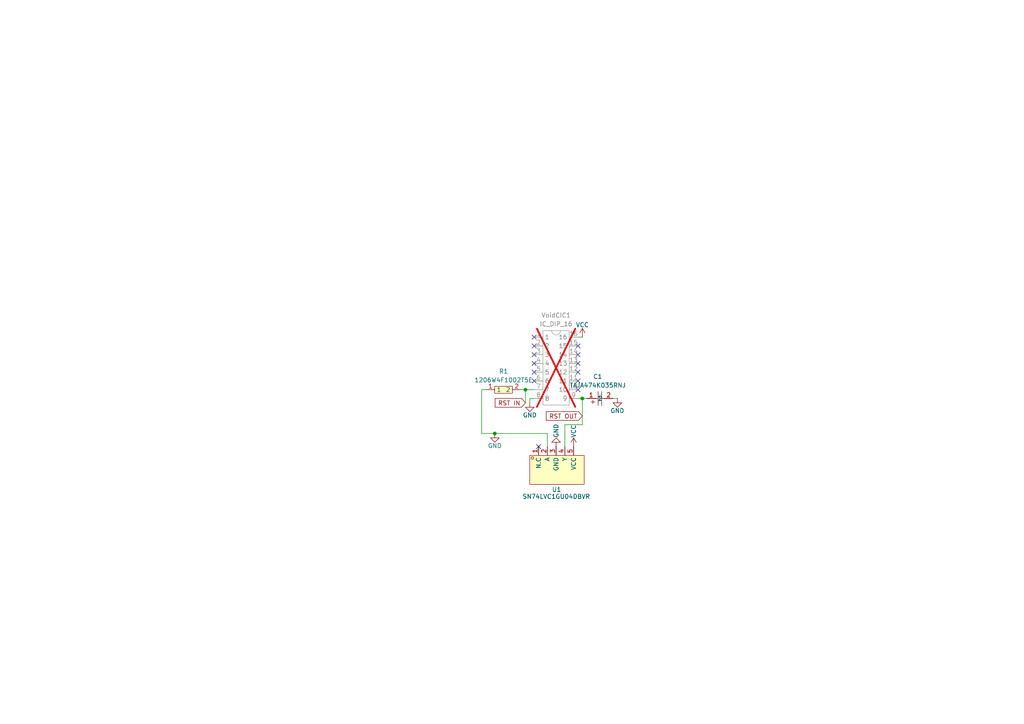
<source format=kicad_sch>
(kicad_sch (version 20231120) (generator "eeschema") (generator_version "8.0")
  (paper "A4")
  (lib_symbols
    (symbol "PCM_SL_Devices:IC_DIP_16"
      (property "Reference" "U" (at 0 13.335 0))
      (property "Value" "IC_DIP_16" (at 0 11.43 0))
      (symbol "IC_DIP_16_0_1"
        (rectangle (start -3.81 9.525) (end 3.81 -12.065))
        (arc (start -1.27 9.5091) (mid 0 8.2549) (end 1.27 9.5091))
      )
      (symbol "IC_DIP_16_1_1"
        (pin bidirectional line (at -6.35 7.62 0) (length 2.54) (name "1") (number "1"))
        (pin bidirectional line (at 6.35 -7.62 180) (length 2.54) (name "10") (number "10"))
        (pin bidirectional line (at 6.35 -5.08 180) (length 2.54) (name "11") (number "11"))
        (pin bidirectional line (at 6.35 -2.54 180) (length 2.54) (name "12") (number "12"))
        (pin bidirectional line (at 6.35 0 180) (length 2.54) (name "13") (number "13"))
        (pin bidirectional line (at 6.35 2.54 180) (length 2.54) (name "14") (number "14"))
        (pin bidirectional line (at 6.35 5.08 180) (length 2.54) (name "15") (number "15"))
        (pin bidirectional line (at 6.35 7.62 180) (length 2.54) (name "16") (number "16"))
        (pin bidirectional line (at -6.35 5.08 0) (length 2.54) (name "2") (number "2"))
        (pin bidirectional line (at -6.35 2.54 0) (length 2.54) (name "3") (number "3"))
        (pin bidirectional line (at -6.35 0 0) (length 2.54) (name "4") (number "4"))
        (pin bidirectional line (at -6.35 -2.54 0) (length 2.54) (name "5") (number "5"))
        (pin bidirectional line (at -6.35 -5.08 0) (length 2.54) (name "6") (number "6"))
        (pin bidirectional line (at -6.35 -7.62 0) (length 2.54) (name "7") (number "7"))
        (pin bidirectional line (at -6.35 -10.16 0) (length 2.54) (name "8") (number "8"))
        (pin bidirectional line (at 6.35 -10.16 180) (length 2.54) (name "9") (number "9"))
      )
    )
    (symbol "easyeda2kicad:1206W4F1002T5E"
      (property "Reference" "R" (at 0 5.08 0))
      (property "Value" "1206W4F1002T5E" (at 0 -5.08 0))
      (symbol "1206W4F1002T5E_0_1"
        (rectangle (start -2.54 1.02) (end 2.54 -1.02) (fill (type background)))
        (pin input line (at -5.08 0 0) (length 2.54) (name "1") (number "1"))
        (pin input line (at 5.08 0 180) (length 2.54) (name "2") (number "2"))
      )
    )
    (symbol "easyeda2kicad:SN74LVC1GU04DBVR"
      (property "Reference" "U" (at 0 10.16 0))
      (property "Value" "SN74LVC1GU04DBVR" (at 0 -10.16 0))
      (symbol "SN74LVC1GU04DBVR_0_1"
        (rectangle (start -2.54 7.62) (end 5.84 -8.13) (fill (type background)))
        (circle (center -1.78 6.86) (radius 0.38))
        (pin unspecified line (at -5.08 5.08 0) (length 2.54) (name "N.C") (number "1"))
        (pin unspecified line (at -5.08 2.54 0) (length 2.54) (name "A") (number "2"))
        (pin unspecified line (at -5.08 0 0) (length 2.54) (name "GND") (number "3"))
        (pin unspecified line (at -5.08 -2.54 0) (length 2.54) (name "Y") (number "4"))
        (pin unspecified line (at -5.08 -5.08 0) (length 2.54) (name "VCC") (number "5"))
      )
    )
    (symbol "easyeda2kicad:TAJA474K035RNJ"
      (property "Reference" "C" (at 0 5.08 0))
      (property "Value" "TAJA474K035RNJ" (at 0 -5.08 0))
      (symbol "TAJA474K035RNJ_0_1"
        (polyline (pts (xy -0.51 -2.03) (xy -0.51 2.03)))
        (polyline (pts (xy -0.51 0) (xy -1.27 0)))
        (polyline (pts (xy 0.51 -2.03) (xy 0.51 2.03)))
        (polyline (pts (xy 1.27 0) (xy 0.51 0)))
        (polyline (pts (xy 2.03 -1.52) (xy 2.03 -0.51)))
        (polyline (pts (xy 2.54 -1.02) (xy 1.52 -1.02)))
        (pin input line (at 3.81 0 180) (length 2.54) (name "1") (number "1"))
        (pin input line (at -3.81 0 0) (length 2.54) (name "2") (number "2"))
      )
    )
    (symbol "power:GND" (power) (pin_numbers hide) (pin_names (offset 0) hide)
      (property "Value" "GND" (at 0 -3.81 0))
      (symbol "GND_0_1"
        (polyline (pts (xy 0 0) (xy 0 -1.27) (xy 1.27 -1.27) (xy 0 -2.54) (xy -1.27 -1.27) (xy 0 -1.27)))
      )
      (symbol "GND_1_1"
        (pin power_in line (at 0 0 270) (length 0) (name "~") (number "1"))
      )
    )
    (symbol "power:VCC" (power) (pin_numbers hide) (pin_names (offset 0) hide)
      (property "Value" "VCC" (at 0 3.556 0))
      (symbol "VCC_0_1"
        (polyline (pts (xy -0.762 1.27) (xy 0 2.54)))
        (polyline (pts (xy 0 0) (xy 0 2.54)))
        (polyline (pts (xy 0 2.54) (xy 0.762 1.27)))
      )
      (symbol "VCC_1_1"
        (pin power_in line (at 0 0 90) (length 0) (name "~") (number "1"))
      )
    )
  )
  (junction (at 168.91 115.57))
  (junction (at 143.51 125.73))
  (junction (at 152.4 113.03))
  (no_connect (at 154.94 100.33))
  (no_connect (at 167.64 113.03))
  (no_connect (at 154.94 102.87))
  (no_connect (at 167.64 107.95))
  (no_connect (at 154.94 97.79))
  (no_connect (at 167.64 102.87))
  (no_connect (at 154.94 105.41))
  (no_connect (at 154.94 110.49))
  (no_connect (at 167.64 105.41))
  (no_connect (at 167.64 100.33))
  (no_connect (at 156.21 129.54))
  (no_connect (at 154.94 107.95))
  (no_connect (at 167.64 110.49))
  (wire (pts (xy 158.75 125.73) (xy 158.75 129.54)))
  (wire (pts (xy 153.67 115.57) (xy 154.94 115.57)))
  (wire (pts (xy 168.91 123.19) (xy 163.83 123.19)))
  (wire (pts (xy 140.97 113.03) (xy 139.7 113.03)))
  (wire (pts (xy 168.91 115.57) (xy 170.18 115.57)))
  (wire (pts (xy 152.4 116.84) (xy 152.4 113.03)))
  (wire (pts (xy 168.91 97.79) (xy 167.64 97.79)))
  (wire (pts (xy 153.67 116.84) (xy 153.67 115.57)))
  (wire (pts (xy 151.13 113.03) (xy 152.4 113.03)))
  (wire (pts (xy 179.07 115.57) (xy 177.8 115.57)))
  (wire (pts (xy 139.7 113.03) (xy 139.7 125.73)))
  (wire (pts (xy 143.51 125.73) (xy 158.75 125.73)))
  (wire (pts (xy 139.7 125.73) (xy 143.51 125.73)))
  (wire (pts (xy 167.64 115.57) (xy 168.91 115.57)))
  (wire (pts (xy 163.83 123.19) (xy 163.83 129.54)))
  (wire (pts (xy 168.91 115.57) (xy 168.91 123.19)))
  (wire (pts (xy 152.4 113.03) (xy 154.94 113.03)))
  (global_label "RST OUT" (shape input) (at 168.91 120.65 180) (property "Intersheetrefs" "${INTERSHEET_REFS}" (effects (hide yes))))
  (global_label "RST IN" (shape input) (at 152.4 116.84 180) (property "Intersheetrefs" "${INTERSHEET_REFS}" (effects (hide yes))))
  (symbol (lib_id "power:VCC") (at 168.91 97.79 0) (unit 1)
    (property "Reference" "#PWR05" (effects (hide yes)))
    (property "Value" "VCC" (at 168.91 94.234 0))
    (property "Description" "Power symbol creates a global label with name \"VCC\"" (effects (hide yes)))
  )
  (symbol (lib_id "easyeda2kicad:TAJA474K035RNJ") (at 173.99 115.57 0) (mirror y) (unit 1)
    (property "Reference" "C1" (at 173.355 109.22 0))
    (property "Value" "TAJA474K035RNJ" (at 173.355 111.76 0))
    (property "Footprint" "easyeda2kicad:CAP-SMD_L3.2-W1.6-RD" (effects (hide yes)))
    (property "Datasheet" "https://lcsc.com/product-detail/Tantalum-Capacitors_AVX_TAJA474K035RNJ_470nF-474-10-35V_C11368.html" (effects (hide yes)))
    (property "LCSC Part" "C11368" (effects (hide yes)))
  )
  (symbol (lib_id "PCM_SL_Devices:IC_DIP_16") (at 161.29 105.41 0) (unit 1) (in_bom no) (dnp yes)
    (property "Reference" "VoidCIC1" (at 161.29 91.44 0))
    (property "Value" "IC_DIP_16" (at 161.29 93.98 0))
    (property "Footprint" "Package_DIP:DIP-16_W7.62mm_LongPads" (effects (hide yes)))
    (property "Description" "Common IC, DIP-16 Package" (effects (hide yes)))
  )
  (symbol (lib_id "power:GND") (at 153.67 116.84 0) (unit 1)
    (property "Reference" "#PWR02" (effects (hide yes)))
    (property "Value" "GND" (at 153.67 120.396 0))
    (property "Description" "Power symbol creates a global label with name \"GND\" , ground" (effects (hide yes)))
  )
  (symbol (lib_id "power:GND") (at 143.51 125.73 0) (unit 1)
    (property "Reference" "#PWR01" (effects (hide yes)))
    (property "Value" "GND" (at 143.51 129.286 0))
    (property "Description" "Power symbol creates a global label with name \"GND\" , ground" (effects (hide yes)))
  )
  (symbol (lib_id "power:VCC") (at 166.37 129.54 0) (mirror y) (unit 1)
    (property "Reference" "#PWR04" (effects (hide yes)))
    (property "Value" "VCC" (at 166.3699 127 90) (effects (justify left)))
    (property "Description" "Power symbol creates a global label with name \"VCC\"" (effects (hide yes)))
  )
  (symbol (lib_id "easyeda2kicad:SN74LVC1GU04DBVR") (at 161.29 134.62 90) (mirror x) (unit 1)
    (property "Reference" "U1" (at 162.814 141.986 90) (effects (justify left)))
    (property "Value" "SN74LVC1GU04DBVR" (at 171.196 144.018 90) (effects (justify left)))
    (property "Footprint" "easyeda2kicad:SOT-23-5_L3.0-W1.7-P0.95-LS2.8-BR" (effects (hide yes)))
    (property "Datasheet" "https://lcsc.com/product-detail/74-Series_TI_SN74LVC1GU04DBVR_SN74LVC1GU04DBVR_C81934.html" (effects (hide yes)))
    (property "LCSC Part" "C81934" (effects (hide yes)))
  )
  (symbol (lib_id "power:GND") (at 179.07 115.57 0) (mirror y) (unit 1)
    (property "Reference" "#PWR06" (effects (hide yes)))
    (property "Value" "GND" (at 179.07 119.126 0))
    (property "Description" "Power symbol creates a global label with name \"GND\" , ground" (effects (hide yes)))
  )
  (symbol (lib_id "power:GND") (at 161.29 129.54 0) (mirror x) (unit 1)
    (property "Reference" "#PWR03" (effects (hide yes)))
    (property "Value" "GND" (at 161.29 127 90) (effects (justify right)))
    (property "Description" "Power symbol creates a global label with name \"GND\" , ground" (effects (hide yes)))
  )
  (symbol (lib_id "easyeda2kicad:1206W4F1002T5E") (at 146.05 113.03 0) (unit 1)
    (property "Reference" "R1" (at 146.05 107.696 0))
    (property "Value" "1206W4F1002T5E" (at 146.05 110.236 0))
    (property "Footprint" "easyeda2kicad:R1206" (effects (hide yes)))
    (property "Datasheet" "https://lcsc.com/product-detail/Chip-Resistor-Surface-Mount-UniOhm_10KR-1002-1_C17902.html" (effects (hide yes)))
    (property "LCSC Part" "C17902" (effects (hide yes)))
  )
)
</source>
